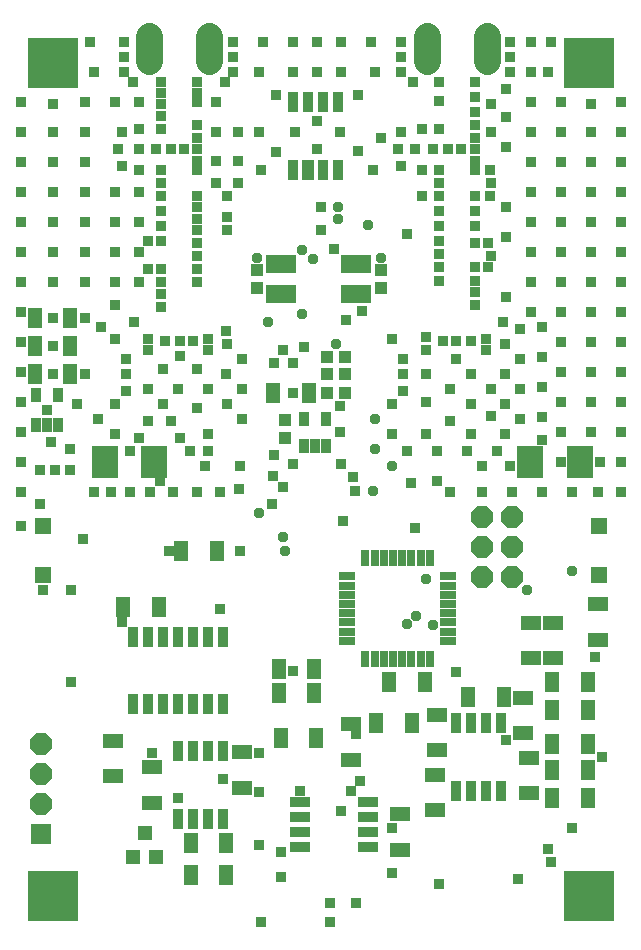
<source format=gbs>
G75*
G70*
%OFA0B0*%
%FSLAX24Y24*%
%IPPOS*%
%LPD*%
%AMOC8*
5,1,8,0,0,1.08239X$1,22.5*
%
%ADD10R,0.0710X0.0710*%
%ADD11OC8,0.0710*%
%ADD12R,0.0474X0.0710*%
%ADD13R,0.0300X0.0580*%
%ADD14R,0.0580X0.0300*%
%ADD15R,0.0710X0.0474*%
%ADD16R,0.0336X0.0710*%
%ADD17R,0.0474X0.0474*%
%ADD18R,0.0710X0.0336*%
%ADD19R,0.0867X0.1064*%
%ADD20R,0.0356X0.0513*%
%ADD21R,0.0395X0.0710*%
%ADD22R,0.0395X0.0395*%
%ADD23C,0.0905*%
%ADD24R,0.1025X0.0631*%
%ADD25R,0.0580X0.0580*%
%ADD26R,0.0370X0.0370*%
%ADD27C,0.0370*%
%ADD28R,0.1661X0.1661*%
D10*
X001941Y004379D03*
D11*
X001941Y005379D03*
X001941Y006379D03*
X001941Y007379D03*
X016629Y012941D03*
X016629Y013941D03*
X016629Y014941D03*
X017629Y014941D03*
X017629Y013941D03*
X017629Y012941D03*
D12*
X018976Y009441D03*
X018976Y008504D03*
X018976Y007379D03*
X018976Y006504D03*
X018976Y005567D03*
X020157Y005567D03*
X020157Y006504D03*
X020157Y007379D03*
X020157Y008504D03*
X020157Y009441D03*
X017344Y008941D03*
X016163Y008941D03*
X014720Y009441D03*
X013539Y009441D03*
X013101Y008067D03*
X014282Y008067D03*
X011094Y007567D03*
X011032Y009067D03*
X011032Y009879D03*
X009851Y009879D03*
X009851Y009067D03*
X009913Y007567D03*
X008094Y004067D03*
X008094Y003004D03*
X006913Y003004D03*
X006913Y004067D03*
X005844Y011941D03*
X004663Y011941D03*
X006601Y013817D03*
X007782Y013817D03*
X009663Y019067D03*
X010844Y019067D03*
X002907Y019691D03*
X002907Y020629D03*
X002907Y021567D03*
X001726Y021567D03*
X001726Y020629D03*
X001726Y019691D03*
D13*
X012737Y013569D03*
X013046Y013569D03*
X013357Y013569D03*
X013667Y013569D03*
X013967Y013569D03*
X014276Y013569D03*
X014587Y013569D03*
X014896Y013569D03*
X014896Y010189D03*
X014587Y010189D03*
X014276Y010189D03*
X013967Y010189D03*
X013667Y010189D03*
X013357Y010189D03*
X013046Y010189D03*
X012737Y010189D03*
D14*
X012126Y010799D03*
X012126Y011109D03*
X012126Y011419D03*
X012126Y011729D03*
X012126Y012029D03*
X012126Y012339D03*
X012126Y012649D03*
X012126Y012959D03*
X015507Y012959D03*
X015507Y012649D03*
X015507Y012339D03*
X015507Y012029D03*
X015507Y011729D03*
X015507Y011419D03*
X015507Y011109D03*
X015507Y010799D03*
D15*
X015129Y008344D03*
X015129Y007163D03*
X015067Y006344D03*
X015067Y005163D03*
X013879Y005032D03*
X013879Y003851D03*
X012254Y006851D03*
X012254Y008032D03*
X008629Y007094D03*
X008629Y005913D03*
X005629Y005413D03*
X005629Y006594D03*
X004317Y006288D03*
X004317Y007469D03*
X018004Y007726D03*
X018191Y006907D03*
X018191Y005726D03*
X018004Y008907D03*
X018254Y010226D03*
X019004Y010226D03*
X019004Y011407D03*
X018254Y011407D03*
X020504Y010851D03*
X020504Y012032D03*
D16*
X017254Y008067D03*
X016754Y008067D03*
X016254Y008067D03*
X015754Y008067D03*
X015754Y005817D03*
X016254Y005817D03*
X016754Y005817D03*
X017254Y005817D03*
X008004Y004879D03*
X007504Y004879D03*
X007004Y004879D03*
X006504Y004879D03*
X006504Y007129D03*
X007004Y007129D03*
X007504Y007129D03*
X008004Y007129D03*
X008004Y008691D03*
X007504Y008691D03*
X007004Y008691D03*
X006504Y008691D03*
X006004Y008691D03*
X005504Y008691D03*
X005004Y008691D03*
X005004Y010941D03*
X005504Y010941D03*
X006004Y010941D03*
X006504Y010941D03*
X007004Y010941D03*
X007504Y010941D03*
X008004Y010941D03*
X010317Y026504D03*
X011317Y026504D03*
X011817Y026504D03*
X011817Y028754D03*
X011317Y028754D03*
X010817Y028754D03*
X010317Y028754D03*
D17*
X005379Y004398D03*
X005753Y003610D03*
X005005Y003610D03*
D18*
X010567Y003941D03*
X010567Y004441D03*
X010567Y004941D03*
X010567Y005441D03*
X012817Y005441D03*
X012817Y004941D03*
X012817Y004441D03*
X012817Y003941D03*
D19*
X018240Y016754D03*
X019893Y016754D03*
X005706Y016754D03*
X004052Y016754D03*
D20*
X002504Y018004D03*
X002130Y018004D03*
X001755Y018004D03*
X001754Y019004D03*
X002505Y019004D03*
X010693Y018207D03*
X011441Y018207D03*
X011441Y017301D03*
X011067Y017301D03*
X010693Y017301D03*
D21*
X010817Y026504D03*
D22*
X009129Y023174D03*
X009129Y022583D03*
X011459Y020254D03*
X011459Y019691D03*
X011459Y019067D03*
X012049Y019067D03*
X012049Y019691D03*
X012049Y020254D03*
X013254Y022583D03*
X013254Y023174D03*
X010067Y018174D03*
X010067Y017583D03*
D23*
X007529Y030129D02*
X007529Y030954D01*
X005529Y030954D02*
X005529Y030129D01*
X014779Y030129D02*
X014779Y030954D01*
X016779Y030954D02*
X016779Y030129D01*
D24*
X012422Y023379D03*
X012422Y022379D03*
X009941Y022379D03*
X009941Y023379D03*
D25*
X001977Y014643D03*
X001977Y012990D03*
X020530Y012990D03*
X020530Y014643D03*
D26*
X020504Y015754D03*
X021254Y015754D03*
X021254Y016754D03*
X020567Y016754D03*
X020254Y017754D03*
X020254Y018754D03*
X020254Y019754D03*
X020254Y020754D03*
X020254Y021754D03*
X020254Y022754D03*
X020254Y023754D03*
X020254Y024754D03*
X020254Y025754D03*
X020254Y026754D03*
X020254Y027754D03*
X020254Y028691D03*
X021254Y028754D03*
X021254Y027754D03*
X021254Y026754D03*
X021254Y025754D03*
X021254Y024754D03*
X021254Y023754D03*
X021254Y022754D03*
X021254Y021754D03*
X021254Y020754D03*
X021254Y019754D03*
X021254Y018754D03*
X021254Y017754D03*
X019629Y015754D03*
X019254Y016754D03*
X018629Y017504D03*
X018629Y018254D03*
X017879Y018191D03*
X017379Y017691D03*
X017129Y017129D03*
X017567Y016629D03*
X017629Y015754D03*
X018629Y015754D03*
X019254Y017754D03*
X019254Y018754D03*
X018629Y019254D03*
X017879Y019191D03*
X017379Y018691D03*
X016941Y018317D03*
X016254Y018691D03*
X016941Y019191D03*
X017379Y019691D03*
X017879Y020191D03*
X017379Y020691D03*
X017879Y021191D03*
X018254Y021754D03*
X018629Y021254D03*
X019254Y021754D03*
X019254Y022754D03*
X019254Y023754D03*
X019254Y024754D03*
X019254Y025754D03*
X019254Y026754D03*
X019254Y027754D03*
X019254Y028754D03*
X018817Y029754D03*
X018254Y029754D03*
X017567Y029754D03*
X017441Y029191D03*
X016941Y028691D03*
X017441Y028254D03*
X016941Y027754D03*
X017441Y027254D03*
X016879Y026504D03*
X016941Y026067D03*
X016879Y025629D03*
X017441Y025254D03*
X017441Y024254D03*
X016941Y023629D03*
X016817Y023254D03*
X016379Y023254D03*
X016379Y022817D03*
X016379Y022441D03*
X016379Y022004D03*
X016754Y020879D03*
X016754Y020504D03*
X016254Y020817D03*
X015754Y020817D03*
X015317Y020817D03*
X015754Y020191D03*
X016254Y019691D03*
X015567Y019191D03*
X014754Y018754D03*
X014004Y019129D03*
X014004Y019691D03*
X014004Y020191D03*
X013629Y020879D03*
X012629Y021817D03*
X012083Y021504D03*
X010691Y020606D03*
X010317Y020067D03*
X010004Y020504D03*
X009691Y020067D03*
X010317Y019067D03*
X009691Y017004D03*
X009668Y016317D03*
X010004Y015941D03*
X009629Y015379D03*
X010317Y016691D03*
X008567Y016629D03*
X008527Y015872D03*
X007879Y015754D03*
X007379Y016629D03*
X007504Y017129D03*
X007504Y017691D03*
X006879Y017129D03*
X006567Y017567D03*
X006254Y018129D03*
X006004Y018691D03*
X006504Y019191D03*
X006004Y019879D03*
X005504Y020504D03*
X005504Y020879D03*
X006067Y020817D03*
X006567Y020817D03*
X007004Y020817D03*
X007504Y020879D03*
X007504Y020504D03*
X007129Y019879D03*
X006567Y020317D03*
X007504Y019191D03*
X007129Y018567D03*
X008090Y019691D03*
X008629Y019191D03*
X008129Y018691D03*
X008629Y018191D03*
X008629Y020191D03*
X008129Y020691D03*
X008090Y021129D03*
X007129Y022754D03*
X007129Y023191D03*
X007129Y023629D03*
X007129Y024067D03*
X007129Y024504D03*
X007129Y024879D03*
X007129Y025254D03*
X007129Y025629D03*
X007129Y026504D03*
X007129Y026817D03*
X007129Y027191D03*
X007129Y027567D03*
X007129Y028004D03*
X007129Y028754D03*
X007129Y029067D03*
X007129Y029441D03*
X007754Y028754D03*
X008067Y029441D03*
X008317Y029754D03*
X008317Y030254D03*
X008317Y030754D03*
X009191Y029754D03*
X009754Y029004D03*
X010317Y029754D03*
X010317Y030754D03*
X011129Y030754D03*
X011129Y029754D03*
X011941Y029754D03*
X012504Y029004D03*
X013067Y029754D03*
X013941Y029754D03*
X014317Y029441D03*
X013941Y030254D03*
X013941Y030754D03*
X012941Y030754D03*
X011941Y030754D03*
X011129Y028129D03*
X011879Y027754D03*
X012504Y027129D03*
X013004Y026504D03*
X013941Y026629D03*
X013817Y027191D03*
X014379Y027191D03*
X013941Y027754D03*
X013254Y027567D03*
X014629Y027879D03*
X015191Y027879D03*
X015191Y028817D03*
X015191Y029441D03*
X016379Y029441D03*
X016379Y028941D03*
X016379Y028441D03*
X016379Y028004D03*
X016379Y027567D03*
X016379Y027191D03*
X016379Y026817D03*
X016379Y026504D03*
X015941Y027191D03*
X015504Y027191D03*
X015004Y027191D03*
X015191Y026504D03*
X015191Y026067D03*
X015191Y025629D03*
X015191Y025129D03*
X015191Y024629D03*
X015191Y024129D03*
X015191Y023691D03*
X015191Y023254D03*
X015191Y022817D03*
X016379Y024067D03*
X016817Y024067D03*
X016379Y024629D03*
X016379Y025129D03*
X016379Y025629D03*
X014629Y025629D03*
X014629Y026504D03*
X014129Y024379D03*
X011691Y023879D03*
X011254Y024504D03*
X011254Y025254D03*
X011129Y027191D03*
X010379Y027754D03*
X009754Y027113D03*
X009254Y026504D03*
X008504Y026817D03*
X008504Y026067D03*
X008129Y025629D03*
X007754Y026067D03*
X007754Y026817D03*
X007754Y027754D03*
X008504Y027754D03*
X009191Y027754D03*
X008129Y024941D03*
X008129Y024504D03*
X006691Y027191D03*
X006254Y027191D03*
X005754Y027191D03*
X005191Y027191D03*
X005191Y026504D03*
X005191Y025754D03*
X005941Y025629D03*
X005941Y026067D03*
X005941Y026504D03*
X005941Y025129D03*
X005941Y024629D03*
X005941Y024129D03*
X005504Y024129D03*
X005191Y023754D03*
X005504Y023191D03*
X005191Y022754D03*
X005941Y022754D03*
X005941Y022379D03*
X005941Y021941D03*
X005028Y021441D03*
X004379Y020879D03*
X003941Y021254D03*
X003379Y021567D03*
X004379Y022004D03*
X004379Y022754D03*
X004379Y023754D03*
X004379Y024754D03*
X004379Y025754D03*
X004629Y026629D03*
X004504Y027191D03*
X004629Y027754D03*
X005191Y027879D03*
X005191Y028754D03*
X005004Y029441D03*
X004691Y029754D03*
X004691Y030254D03*
X004691Y030754D03*
X003691Y029754D03*
X003567Y030754D03*
X003379Y028754D03*
X003379Y027754D03*
X003379Y026754D03*
X003379Y025754D03*
X003379Y024754D03*
X003379Y023754D03*
X003379Y022754D03*
X002317Y022754D03*
X002317Y023754D03*
X002317Y024754D03*
X002317Y025754D03*
X002317Y026754D03*
X002317Y027754D03*
X002317Y028691D03*
X001254Y028754D03*
X001254Y027754D03*
X001254Y026754D03*
X001254Y025754D03*
X001254Y024754D03*
X001254Y023754D03*
X001254Y022754D03*
X001254Y021754D03*
X001254Y020754D03*
X001254Y019754D03*
X001254Y018754D03*
X001254Y017754D03*
X001254Y016754D03*
X001879Y016504D03*
X002379Y016504D03*
X002879Y016504D03*
X002879Y017191D03*
X002254Y017441D03*
X002129Y018504D03*
X002317Y019691D03*
X002317Y020629D03*
X002317Y021567D03*
X003379Y019691D03*
X003129Y018691D03*
X003817Y018191D03*
X004379Y017691D03*
X004879Y017129D03*
X005191Y017567D03*
X005504Y018129D03*
X005504Y019191D03*
X004754Y019129D03*
X004754Y019691D03*
X004754Y020191D03*
X004379Y018691D03*
X005879Y016129D03*
X005567Y015754D03*
X004879Y015754D03*
X004254Y015754D03*
X003691Y015754D03*
X003317Y014191D03*
X002941Y012504D03*
X002004Y012504D03*
X001254Y014629D03*
X001879Y015379D03*
X001254Y015754D03*
X004629Y011441D03*
X002941Y009441D03*
X005629Y007067D03*
X006504Y005567D03*
X008004Y006191D03*
X009191Y005754D03*
X009191Y007067D03*
X010567Y005817D03*
X009941Y003754D03*
X009941Y002941D03*
X009191Y004004D03*
X009254Y001441D03*
X011567Y001441D03*
X011567Y002067D03*
X012441Y002067D03*
X013629Y003067D03*
X013629Y004567D03*
X012567Y006129D03*
X012254Y005817D03*
X011941Y005129D03*
X012441Y007691D03*
X010317Y009817D03*
X007879Y011879D03*
X008567Y013817D03*
X007129Y015754D03*
X006317Y015754D03*
X006191Y013817D03*
X011879Y017754D03*
X011879Y018629D03*
X011941Y016691D03*
X012317Y016254D03*
X012379Y015817D03*
X011983Y014800D03*
X014129Y017129D03*
X013629Y017691D03*
X013629Y018691D03*
X014754Y017691D03*
X015129Y017129D03*
X015129Y016129D03*
X015567Y015754D03*
X016629Y015754D03*
X016629Y016629D03*
X016129Y017129D03*
X016254Y017691D03*
X015567Y018129D03*
X014754Y019691D03*
X014754Y020504D03*
X014754Y020941D03*
X017317Y021441D03*
X017441Y022254D03*
X018254Y022754D03*
X018254Y023754D03*
X018254Y024754D03*
X018254Y025754D03*
X018254Y026754D03*
X018254Y027754D03*
X018254Y028754D03*
X017567Y030254D03*
X017567Y030754D03*
X018254Y030754D03*
X018941Y030754D03*
X019254Y020754D03*
X018629Y020254D03*
X019254Y019754D03*
X014254Y016067D03*
X014379Y014567D03*
X015754Y009754D03*
X017441Y007504D03*
X019629Y004567D03*
X018817Y003879D03*
X018941Y003441D03*
X017817Y002879D03*
X015191Y002691D03*
X020379Y010254D03*
X020629Y006941D03*
X005941Y023191D03*
X005191Y024754D03*
X005941Y027879D03*
X005941Y028317D03*
X005941Y028691D03*
X005941Y029067D03*
X005941Y029441D03*
X004379Y028754D03*
X009317Y030754D03*
D27*
X011817Y025254D03*
X011817Y024879D03*
X011004Y023550D03*
X010629Y023839D03*
X009129Y023567D03*
X009504Y021441D03*
X010629Y021691D03*
X011754Y020691D03*
X013067Y018191D03*
X013067Y017191D03*
X013629Y016629D03*
X013004Y015817D03*
X014754Y012879D03*
X014441Y011629D03*
X014129Y011356D03*
X015004Y011333D03*
X018129Y012504D03*
X019629Y013129D03*
X013254Y023567D03*
X012833Y024668D03*
X009191Y015067D03*
X009997Y014254D03*
X010067Y013817D03*
D28*
X002317Y002317D03*
X020191Y002317D03*
X020191Y030067D03*
X002317Y030067D03*
M02*

</source>
